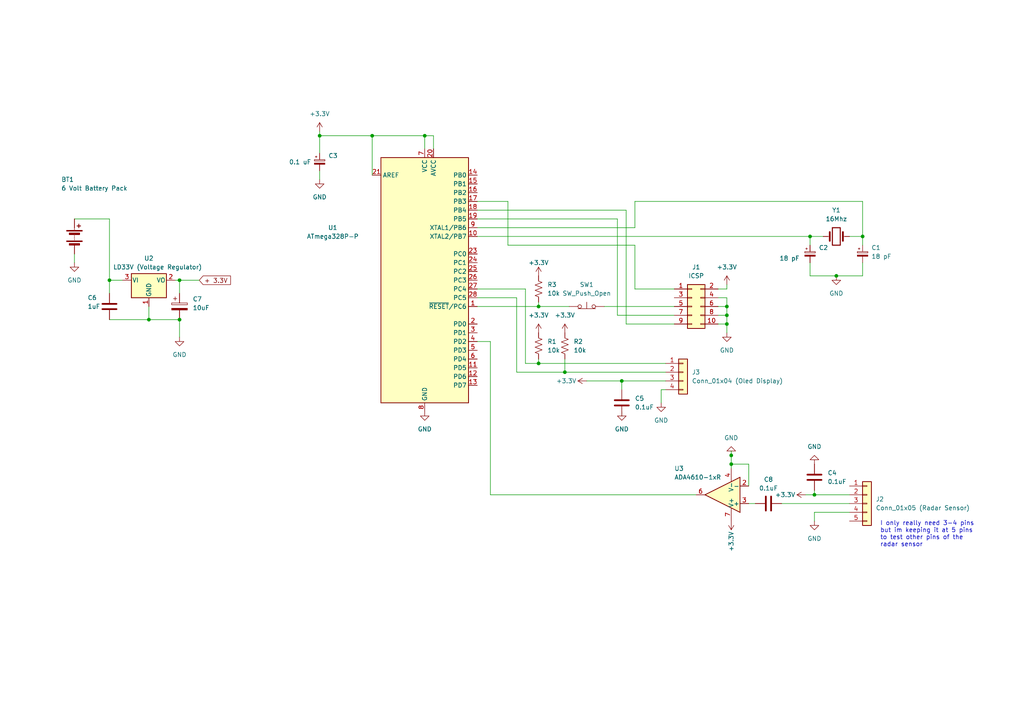
<source format=kicad_sch>
(kicad_sch (version 20230121) (generator eeschema)
  (paper "A4")
  (title_block (title "Speed Gun") (rev "1") (company "Northern Alberta Institute of Technology (NAIT)") (comment 1 "By : John Russel Carpio"))
  (lib_symbols
    (symbol "Amplifier_Operational:ADA4610-1xR" (pin_names (offset 0.127))
      (property "Reference" "U" (at 0 6.35 0))
      (property "Value" "ADA4610-1xR" (at 0 3.81 0))
      (symbol "ADA4610-1xR_0_1"
        (polyline (pts (xy -5.08 5.08) (xy 5.08 0) (xy -5.08 -5.08) (xy -5.08 5.08)) (stroke (width 0.254)) (fill (type background)))
      )
      (symbol "ADA4610-1xR_1_1"
        (pin no_connect line (at -2.54 2.54 270) (length 2.54) hide (name "NC") (number "1"))
        (pin input line (at -7.62 -2.54 0) (length 2.54) (name "-") (number "2"))
        (pin input line (at -7.62 2.54 0) (length 2.54) (name "+") (number "3"))
        (pin power_in line (at -2.54 -7.62 90) (length 3.81) (name "V-") (number "4"))
        (pin no_connect line (at 0 2.54 270) (length 2.54) hide (name "NC") (number "5"))
        (pin output line (at 7.62 0 180) (length 2.54) (name "~") (number "6"))
        (pin power_in line (at -2.54 7.62 270) (length 3.81) (name "V+") (number "7"))
        (pin no_connect line (at 0 -2.54 90) (length 2.54) hide (name "NC") (number "8"))
      )
    )
    (symbol "Connector_Generic:Conn_01x04" (pin_names (offset 1.016) hide)
      (property "Reference" "J" (at 0 5.08 0))
      (property "Value" "Conn_01x04" (at 0 -7.62 0))
      (symbol "Conn_01x04_1_1"
        (rectangle (start -1.27 -4.953) (end 0 -5.207) (stroke (width 0.1524)))
        (rectangle (start -1.27 -2.413) (end 0 -2.667) (stroke (width 0.1524)))
        (rectangle (start -1.27 0.127) (end 0 -0.127) (stroke (width 0.1524)))
        (rectangle (start -1.27 2.667) (end 0 2.413) (stroke (width 0.1524)))
        (rectangle (start -1.27 3.81) (end 1.27 -6.35) (stroke (width 0.254)) (fill (type background)))
        (pin passive line (at -5.08 2.54 0) (length 3.81) (name "Pin_1") (number "1"))
        (pin passive line (at -5.08 0 0) (length 3.81) (name "Pin_2") (number "2"))
        (pin passive line (at -5.08 -2.54 0) (length 3.81) (name "Pin_3") (number "3"))
        (pin passive line (at -5.08 -5.08 0) (length 3.81) (name "Pin_4") (number "4"))
      )
    )
    (symbol "Connector_Generic:Conn_01x05" (pin_names (offset 1.016) hide)
      (property "Reference" "J" (at 0 7.62 0))
      (property "Value" "Conn_01x05" (at 0 -7.62 0))
      (symbol "Conn_01x05_1_1"
        (rectangle (start -1.27 -4.953) (end 0 -5.207) (stroke (width 0.1524)))
        (rectangle (start -1.27 -2.413) (end 0 -2.667) (stroke (width 0.1524)))
        (rectangle (start -1.27 0.127) (end 0 -0.127) (stroke (width 0.1524)))
        (rectangle (start -1.27 2.667) (end 0 2.413) (stroke (width 0.1524)))
        (rectangle (start -1.27 5.207) (end 0 4.953) (stroke (width 0.1524)))
        (rectangle (start -1.27 6.35) (end 1.27 -6.35) (stroke (width 0.254)) (fill (type background)))
        (pin passive line (at -5.08 5.08 0) (length 3.81) (name "Pin_1") (number "1"))
        (pin passive line (at -5.08 2.54 0) (length 3.81) (name "Pin_2") (number "2"))
        (pin passive line (at -5.08 0 0) (length 3.81) (name "Pin_3") (number "3"))
        (pin passive line (at -5.08 -2.54 0) (length 3.81) (name "Pin_4") (number "4"))
        (pin passive line (at -5.08 -5.08 0) (length 3.81) (name "Pin_5") (number "5"))
      )
    )
    (symbol "Connector_Generic:Conn_02x05_Top_Bottom" (pin_names (offset 1.016) hide)
      (property "Reference" "J1" (at 1.27 11.43 0))
      (property "Value" "Conn_02x05_Top_Bottom" (at 1.27 8.89 0))
      (symbol "Conn_02x05_Top_Bottom_1_1"
        (rectangle (start -1.27 -4.953) (end 0 -5.207) (stroke (width 0.1524)))
        (rectangle (start -1.27 -2.413) (end 0 -2.667) (stroke (width 0.1524)))
        (rectangle (start -1.27 0.127) (end 0 -0.127) (stroke (width 0.1524)))
        (rectangle (start -1.27 2.667) (end 0 2.413) (stroke (width 0.1524)))
        (rectangle (start -1.27 5.207) (end 0 4.953) (stroke (width 0.1524)))
        (rectangle (start -1.27 6.35) (end 3.81 -6.35) (stroke (width 0.254)) (fill (type background)))
        (rectangle (start 3.81 -4.953) (end 2.54 -5.207) (stroke (width 0.1524)))
        (rectangle (start 3.81 -2.413) (end 2.54 -2.667) (stroke (width 0.1524)))
        (rectangle (start 3.81 0.127) (end 2.54 -0.127) (stroke (width 0.1524)))
        (rectangle (start 3.81 2.667) (end 2.54 2.413) (stroke (width 0.1524)))
        (rectangle (start 3.81 5.207) (end 2.54 4.953) (stroke (width 0.1524)))
        (pin passive line (at -5.08 5.08 0) (length 3.81) (name "Pin_1") (number "1"))
        (pin passive line (at 7.62 -5.08 180) (length 3.81) (name "Pin_10") (number "10"))
        (pin passive line (at 7.62 5.08 180) (length 3.81) (name "Pin_2") (number "2"))
        (pin passive line (at -5.08 2.54 0) (length 3.81) (name "Pin_3") (number "3"))
        (pin passive line (at 7.62 2.54 180) (length 3.81) (name "Pin_4") (number "4"))
        (pin passive line (at -5.08 0 0) (length 3.81) (name "Pin_5") (number "5"))
        (pin passive line (at 7.62 0 180) (length 3.81) (name "Pin_6") (number "6"))
        (pin passive line (at -5.08 -2.54 0) (length 3.81) (name "Pin_7") (number "7"))
        (pin passive line (at 7.62 -2.54 180) (length 3.81) (name "Pin_8") (number "8"))
        (pin passive line (at -5.08 -5.08 0) (length 3.81) (name "Pin_9") (number "9"))
      )
    )
    (symbol "Device:Battery" (pin_numbers hide) (pin_names (offset 0) hide)
      (property "Reference" "BT" (at 2.54 2.54 0))
      (property "Value" "Battery" (at 2.54 0 0))
      (symbol "Battery_0_1"
        (rectangle (start -2.286 -1.27) (end 2.286 -1.524) (fill (type outline)))
        (rectangle (start -2.286 1.778) (end 2.286 1.524) (fill (type outline)))
        (rectangle (start -1.524 -2.032) (end 1.524 -2.54) (fill (type outline)))
        (rectangle (start -1.524 1.016) (end 1.524 0.508) (fill (type outline)))
        (polyline (pts (xy 0 -1.016) (xy 0 -0.762)))
        (polyline (pts (xy 0 -0.508) (xy 0 -0.254)))
        (polyline (pts (xy 0 0) (xy 0 0.254)))
        (polyline (pts (xy 0 1.778) (xy 0 2.54)))
        (polyline (pts (xy 0.762 3.048) (xy 1.778 3.048)) (stroke (width 0.254)))
        (polyline (pts (xy 1.27 3.556) (xy 1.27 2.54)) (stroke (width 0.254)))
      )
      (symbol "Battery_1_1"
        (pin passive line (at 0 5.08 270) (length 2.54) (name "+") (number "1"))
        (pin passive line (at 0 -5.08 90) (length 2.54) (name "-") (number "2"))
      )
    )
    (symbol "Device:C" (pin_numbers hide) (pin_names (offset 0.254))
      (property "Reference" "C" (at 0.635 2.54 0))
      (property "Value" "C" (at 0.635 -2.54 0))
      (symbol "C_0_1"
        (polyline (pts (xy -2.032 -0.762) (xy 2.032 -0.762)) (stroke (width 0.508)))
        (polyline (pts (xy -2.032 0.762) (xy 2.032 0.762)) (stroke (width 0.508)))
      )
      (symbol "C_1_1"
        (pin passive line (at 0 3.81 270) (length 2.794) (name "~") (number "1"))
        (pin passive line (at 0 -3.81 90) (length 2.794) (name "~") (number "2"))
      )
    )
    (symbol "Device:C_Polarized" (pin_numbers hide) (pin_names (offset 0.254))
      (property "Reference" "C" (at 0.635 2.54 0))
      (property "Value" "C_Polarized" (at 0.635 -2.54 0))
      (symbol "C_Polarized_0_1"
        (rectangle (start -2.286 0.508) (end 2.286 1.016))
        (polyline (pts (xy -1.778 2.286) (xy -0.762 2.286)))
        (polyline (pts (xy -1.27 2.794) (xy -1.27 1.778)))
        (rectangle (start 2.286 -0.508) (end -2.286 -1.016) (fill (type outline)))
      )
      (symbol "C_Polarized_1_1"
        (pin passive line (at 0 3.81 270) (length 2.794) (name "~") (number "1"))
        (pin passive line (at 0 -3.81 90) (length 2.794) (name "~") (number "2"))
      )
    )
    (symbol "Device:C_Polarized_Small" (pin_numbers hide) (pin_names (offset 0.254) hide)
      (property "Reference" "C" (at 0.254 1.778 0))
      (property "Value" "C_Polarized_Small" (at 0.254 -2.032 0))
      (symbol "C_Polarized_Small_0_1"
        (rectangle (start -1.524 -0.3048) (end 1.524 -0.6858) (fill (type outline)))
        (rectangle (start -1.524 0.6858) (end 1.524 0.3048))
        (polyline (pts (xy -1.27 1.524) (xy -0.762 1.524)))
        (polyline (pts (xy -1.016 1.27) (xy -1.016 1.778)))
      )
      (symbol "C_Polarized_Small_1_1"
        (pin passive line (at 0 2.54 270) (length 1.8542) (name "~") (number "1"))
        (pin passive line (at 0 -2.54 90) (length 1.8542) (name "~") (number "2"))
      )
    )
    (symbol "Device:Crystal" (pin_numbers hide) (pin_names (offset 1.016) hide)
      (property "Reference" "Y" (at 0 3.81 0))
      (property "Value" "Crystal" (at 0 -3.81 0))
      (symbol "Crystal_0_1"
        (rectangle (start -1.143 2.54) (end 1.143 -2.54) (stroke (width 0.3048)))
        (polyline (pts (xy -2.54 0) (xy -1.905 0)))
        (polyline (pts (xy -1.905 -1.27) (xy -1.905 1.27)) (stroke (width 0.508)))
        (polyline (pts (xy 1.905 -1.27) (xy 1.905 1.27)) (stroke (width 0.508)))
        (polyline (pts (xy 2.54 0) (xy 1.905 0)))
      )
      (symbol "Crystal_1_1"
        (pin passive line (at -3.81 0 0) (length 1.27) (name "1") (number "1"))
        (pin passive line (at 3.81 0 180) (length 1.27) (name "2") (number "2"))
      )
    )
    (symbol "Device:R_US" (pin_numbers hide) (pin_names (offset 0))
      (property "Reference" "R" (at 2.54 0 90))
      (property "Value" "R_US" (at -2.54 0 90))
      (symbol "R_US_0_1"
        (polyline (pts (xy 0 -2.286) (xy 0 -2.54)))
        (polyline (pts (xy 0 2.286) (xy 0 2.54)))
        (polyline (pts (xy 0 -0.762) (xy 1.016 -1.143) (xy 0 -1.524) (xy -1.016 -1.905) (xy 0 -2.286)))
        (polyline (pts (xy 0 0.762) (xy 1.016 0.381) (xy 0 0) (xy -1.016 -0.381) (xy 0 -0.762)))
        (polyline (pts (xy 0 2.286) (xy 1.016 1.905) (xy 0 1.524) (xy -1.016 1.143) (xy 0 0.762)))
      )
      (symbol "R_US_1_1"
        (pin passive line (at 0 3.81 270) (length 1.27) (name "~") (number "1"))
        (pin passive line (at 0 -3.81 90) (length 1.27) (name "~") (number "2"))
      )
    )
    (symbol "MCU_Microchip_ATmega:ATmega328P-P"
      (property "Reference" "U" (at -12.7 36.83 0))
      (property "Value" "ATmega328P-P" (at 2.54 -36.83 0))
      (symbol "ATmega328P-P_0_1"
        (rectangle (start -12.7 -35.56) (end 12.7 35.56) (stroke (width 0.254)) (fill (type background)))
      )
      (symbol "ATmega328P-P_1_1"
        (pin bidirectional line (at 15.24 -7.62 180) (length 2.54) (name "~{RESET}/PC6") (number "1"))
        (pin bidirectional line (at 15.24 12.7 180) (length 2.54) (name "XTAL2/PB7") (number "10"))
        (pin bidirectional line (at 15.24 -25.4 180) (length 2.54) (name "PD5") (number "11"))
        (pin bidirectional line (at 15.24 -27.94 180) (length 2.54) (name "PD6") (number "12"))
        (pin bidirectional line (at 15.24 -30.48 180) (length 2.54) (name "PD7") (number "13"))
        (pin bidirectional line (at 15.24 30.48 180) (length 2.54) (name "PB0") (number "14"))
        (pin bidirectional line (at 15.24 27.94 180) (length 2.54) (name "PB1") (number "15"))
        (pin bidirectional line (at 15.24 25.4 180) (length 2.54) (name "PB2") (number "16"))
        (pin bidirectional line (at 15.24 22.86 180) (length 2.54) (name "PB3") (number "17"))
        (pin bidirectional line (at 15.24 20.32 180) (length 2.54) (name "PB4") (number "18"))
        (pin bidirectional line (at 15.24 17.78 180) (length 2.54) (name "PB5") (number "19"))
        (pin bidirectional line (at 15.24 -12.7 180) (length 2.54) (name "PD0") (number "2"))
        (pin power_in line (at 2.54 38.1 270) (length 2.54) (name "AVCC") (number "20"))
        (pin passive line (at -15.24 30.48 0) (length 2.54) (name "AREF") (number "21"))
        (pin passive line (at 0 -38.1 90) (length 2.54) hide (name "GND") (number "22"))
        (pin bidirectional line (at 15.24 7.62 180) (length 2.54) (name "PC0") (number "23"))
        (pin bidirectional line (at 15.24 5.08 180) (length 2.54) (name "PC1") (number "24"))
        (pin bidirectional line (at 15.24 2.54 180) (length 2.54) (name "PC2") (number "25"))
        (pin bidirectional line (at 15.24 0 180) (length 2.54) (name "PC3") (number "26"))
        (pin bidirectional line (at 15.24 -2.54 180) (length 2.54) (name "PC4") (number "27"))
        (pin bidirectional line (at 15.24 -5.08 180) (length 2.54) (name "PC5") (number "28"))
        (pin bidirectional line (at 15.24 -15.24 180) (length 2.54) (name "PD1") (number "3"))
        (pin bidirectional line (at 15.24 -17.78 180) (length 2.54) (name "PD2") (number "4"))
        (pin bidirectional line (at 15.24 -20.32 180) (length 2.54) (name "PD3") (number "5"))
        (pin bidirectional line (at 15.24 -22.86 180) (length 2.54) (name "PD4") (number "6"))
        (pin power_in line (at 0 38.1 270) (length 2.54) (name "VCC") (number "7"))
        (pin power_in line (at 0 -38.1 90) (length 2.54) (name "GND") (number "8"))
        (pin bidirectional line (at 15.24 15.24 180) (length 2.54) (name "XTAL1/PB6") (number "9"))
      )
    )
    (symbol "Regulator_Linear:APE8865N-33-HF-3" (pin_names (offset 0.254))
      (property "Reference" "U" (at -3.81 3.175 0))
      (property "Value" "APE8865N-33-HF-3" (at 0 3.175 0))
      (symbol "APE8865N-33-HF-3_0_1"
        (rectangle (start -5.08 1.905) (end 5.08 -5.08) (stroke (width 0.254)) (fill (type background)))
      )
      (symbol "APE8865N-33-HF-3_1_1"
        (pin power_in line (at 0 -7.62 90) (length 2.54) (name "GND") (number "1"))
        (pin power_out line (at 7.62 0 180) (length 2.54) (name "VO") (number "2"))
        (pin power_in line (at -7.62 0 0) (length 2.54) (name "VI") (number "3"))
      )
    )
    (symbol "Switch:SW_Push_Open" (pin_numbers hide) (pin_names (offset 1.016) hide)
      (property "Reference" "SW" (at 0 2.54 0))
      (property "Value" "SW_Push_Open" (at 0 -1.905 0))
      (symbol "SW_Push_Open_0_1"
        (circle (center -2.032 0) (radius 0.508))
        (polyline (pts (xy -2.54 -0.635) (xy 2.54 -0.635)))
        (polyline (pts (xy 0 -0.635) (xy 0 1.27)))
        (circle (center 2.032 0) (radius 0.508))
        (pin passive line (at -5.08 0 0) (length 2.54) (name "A") (number "1"))
      )
      (symbol "SW_Push_Open_1_1"
        (pin passive line (at 5.08 0 180) (length 2.54) (name "B") (number "2"))
      )
    )
    (symbol "power:+3.3V" (power) (pin_names (offset 0))
      (property "Value" "+3.3V" (at 0 3.556 0))
      (symbol "+3.3V_0_1"
        (polyline (pts (xy -0.762 1.27) (xy 0 2.54)))
        (polyline (pts (xy 0 0) (xy 0 2.54)))
        (polyline (pts (xy 0 2.54) (xy 0.762 1.27)))
      )
      (symbol "+3.3V_1_1"
        (pin power_in line (at 0 0 90) (length 0) hide (name "+3.3V") (number "1"))
      )
    )
    (symbol "power:GND" (power) (pin_names (offset 0))
      (property "Value" "GND" (at 0 -3.81 0))
      (symbol "GND_0_1"
        (polyline (pts (xy 0 0) (xy 0 -1.27) (xy 1.27 -1.27) (xy 0 -2.54) (xy -1.27 -1.27) (xy 0 -1.27)))
      )
      (symbol "GND_1_1"
        (pin power_in line (at 0 0 270) (length 0) hide (name "GND") (number "1"))
      )
    )
  )
  (junction (at 210.82 93.98))
  (junction (at 212.09 134.62))
  (junction (at 107.95 39.37))
  (junction (at 52.07 81.28))
  (junction (at 212.09 132.08))
  (junction (at 210.82 88.9))
  (junction (at 31.75 81.28))
  (junction (at 163.83 107.95))
  (junction (at 236.22 143.51))
  (junction (at 250.19 68.58))
  (junction (at 242.57 80.01))
  (junction (at 43.18 92.71))
  (junction (at 180.34 110.49))
  (junction (at 92.71 39.37))
  (junction (at 156.21 88.9))
  (junction (at 123.19 39.37))
  (junction (at 52.07 92.71))
  (junction (at 156.21 105.41))
  (junction (at 210.82 91.44))
  (junction (at 234.95 68.58))
  (wire (pts (xy 163.83 104.14) (xy 163.83 107.95)))
  (wire (pts (xy 170.18 110.49) (xy 180.34 110.49)))
  (wire (pts (xy 238.76 68.58) (xy 234.95 68.58)))
  (wire (pts (xy 107.95 50.8) (xy 107.95 39.37)))
  (wire (pts (xy 234.95 80.01) (xy 234.95 76.2)))
  (wire (pts (xy 152.4 83.82) (xy 138.43 83.82)))
  (wire (pts (xy 179.07 63.5) (xy 138.43 63.5)))
  (wire (pts (xy 184.15 71.12) (xy 147.32 71.12)))
  (wire (pts (xy 43.18 88.9) (xy 43.18 92.71)))
  (wire (pts (xy 236.22 151.13) (xy 236.22 148.59)))
  (wire (pts (xy 234.95 68.58) (xy 234.95 71.12)))
  (wire (pts (xy 156.21 88.9) (xy 165.1 88.9)))
  (wire (pts (xy 191.77 113.03) (xy 193.04 113.03)))
  (wire (pts (xy 142.24 143.51) (xy 142.24 99.06)))
  (wire (pts (xy 138.43 88.9) (xy 156.21 88.9)))
  (wire (pts (xy 50.8 81.28) (xy 52.07 81.28)))
  (wire (pts (xy 138.43 99.06) (xy 142.24 99.06)))
  (wire (pts (xy 152.4 105.41) (xy 152.4 83.82)))
  (wire (pts (xy 193.04 107.95) (xy 163.83 107.95)))
  (wire (pts (xy 92.71 44.45) (xy 92.71 39.37)))
  (wire (pts (xy 107.95 39.37) (xy 123.19 39.37)))
  (wire (pts (xy 31.75 63.5) (xy 31.75 81.28)))
  (wire (pts (xy 184.15 66.04) (xy 138.43 66.04)))
  (wire (pts (xy 210.82 86.36) (xy 210.82 88.9)))
  (wire (pts (xy 156.21 104.14) (xy 156.21 105.41)))
  (wire (pts (xy 52.07 92.71) (xy 52.07 97.79)))
  (wire (pts (xy 31.75 81.28) (xy 31.75 85.09)))
  (wire (pts (xy 208.28 86.36) (xy 210.82 86.36)))
  (wire (pts (xy 208.28 93.98) (xy 210.82 93.98)))
  (wire (pts (xy 35.56 81.28) (xy 31.75 81.28)))
  (wire (pts (xy 179.07 91.44) (xy 179.07 63.5)))
  (wire (pts (xy 181.61 93.98) (xy 181.61 60.96)))
  (wire (pts (xy 125.73 43.18) (xy 125.73 39.37)))
  (wire (pts (xy 180.34 110.49) (xy 180.34 113.03)))
  (wire (pts (xy 212.09 130.81) (xy 212.09 132.08)))
  (wire (pts (xy 123.19 39.37) (xy 123.19 43.18)))
  (wire (pts (xy 236.22 142.24) (xy 236.22 143.51)))
  (wire (pts (xy 125.73 39.37) (xy 123.19 39.37)))
  (wire (pts (xy 250.19 80.01) (xy 242.57 80.01)))
  (wire (pts (xy 43.18 92.71) (xy 52.07 92.71)))
  (wire (pts (xy 195.58 91.44) (xy 179.07 91.44)))
  (wire (pts (xy 184.15 83.82) (xy 195.58 83.82)))
  (wire (pts (xy 21.59 73.66) (xy 21.59 76.2)))
  (wire (pts (xy 208.28 83.82) (xy 210.82 83.82)))
  (wire (pts (xy 31.75 92.71) (xy 43.18 92.71)))
  (wire (pts (xy 147.32 71.12) (xy 147.32 58.42)))
  (wire (pts (xy 250.19 68.58) (xy 246.38 68.58)))
  (wire (pts (xy 217.17 140.97) (xy 217.17 134.62)))
  (wire (pts (xy 210.82 88.9) (xy 210.82 91.44)))
  (wire (pts (xy 156.21 105.41) (xy 152.4 105.41)))
  (wire (pts (xy 180.34 120.65) (xy 180.34 119.38)))
  (wire (pts (xy 208.28 88.9) (xy 210.82 88.9)))
  (wire (pts (xy 138.43 68.58) (xy 234.95 68.58)))
  (wire (pts (xy 181.61 60.96) (xy 138.43 60.96)))
  (wire (pts (xy 250.19 71.12) (xy 250.19 68.58)))
  (wire (pts (xy 212.09 134.62) (xy 212.09 135.89)))
  (wire (pts (xy 250.19 76.2) (xy 250.19 80.01)))
  (wire (pts (xy 147.32 58.42) (xy 138.43 58.42)))
  (wire (pts (xy 184.15 58.42) (xy 184.15 66.04)))
  (wire (pts (xy 208.28 91.44) (xy 210.82 91.44)))
  (wire (pts (xy 149.86 86.36) (xy 138.43 86.36)))
  (wire (pts (xy 195.58 93.98) (xy 181.61 93.98)))
  (wire (pts (xy 156.21 87.63) (xy 156.21 88.9)))
  (wire (pts (xy 180.34 110.49) (xy 193.04 110.49)))
  (wire (pts (xy 184.15 71.12) (xy 184.15 83.82)))
  (wire (pts (xy 92.71 39.37) (xy 107.95 39.37)))
  (wire (pts (xy 52.07 81.28) (xy 52.07 85.09)))
  (wire (pts (xy 52.07 81.28) (xy 57.785 81.28)))
  (wire (pts (xy 236.22 143.51) (xy 246.38 143.51)))
  (wire (pts (xy 92.71 38.1) (xy 92.71 39.37)))
  (wire (pts (xy 210.82 91.44) (xy 210.82 93.98)))
  (wire (pts (xy 163.83 107.95) (xy 149.86 107.95)))
  (wire (pts (xy 217.17 134.62) (xy 212.09 134.62)))
  (wire (pts (xy 210.82 93.98) (xy 210.82 96.52)))
  (wire (pts (xy 250.19 68.58) (xy 250.19 58.42)))
  (wire (pts (xy 92.71 49.53) (xy 92.71 52.07)))
  (wire (pts (xy 246.38 148.59) (xy 236.22 148.59)))
  (wire (pts (xy 21.59 63.5) (xy 31.75 63.5)))
  (wire (pts (xy 242.57 80.01) (xy 234.95 80.01)))
  (wire (pts (xy 149.86 107.95) (xy 149.86 86.36)))
  (wire (pts (xy 233.68 143.51) (xy 236.22 143.51)))
  (wire (pts (xy 217.17 146.05) (xy 219.075 146.05)))
  (wire (pts (xy 246.38 146.05) (xy 226.695 146.05)))
  (wire (pts (xy 210.82 82.55) (xy 210.82 83.82)))
  (wire (pts (xy 184.15 58.42) (xy 250.19 58.42)))
  (wire (pts (xy 212.09 132.08) (xy 212.09 134.62)))
  (wire (pts (xy 201.93 143.51) (xy 142.24 143.51)))
  (wire (pts (xy 191.77 116.84) (xy 191.77 113.03)))
  (wire (pts (xy 193.04 105.41) (xy 156.21 105.41)))
  (wire (pts (xy 175.26 88.9) (xy 195.58 88.9)))
  (text "I only really need 3-4 pins \nbut im keeping it at 5 pins\nto test other pins of the \nradar sensor" (at 255.27 158.75 0) (effects (font (size 1.27 1.27)) (justify left bottom)))
  (global_label "+ 3.3V" (shape input) (at 57.785 81.28 0) (property "Intersheetrefs" "${INTERSHEET_REFS}" (effects hide)))
  (symbol (lib_id "power:GND") (at 52.07 97.79 0) (unit 1)
    (property "Reference" "#PWR016" (effects hide))
    (property "Value" "GND" (at 52.07 102.87 0))
  )
  (symbol (lib_id "Device:C_Polarized_Small") (at 234.95 73.66 0) (unit 1)
    (property "Reference" "C2" (at 237.49 71.8439 0) (effects (justify left)))
    (property "Value" "18 pF" (at 226.06 74.93 0) (effects (justify left)))
  )
  (symbol (lib_id "Connector_Generic:Conn_01x04") (at 198.12 107.95 0) (unit 1)
    (property "Reference" "J3" (at 200.66 107.95 0) (effects (justify left)))
    (property "Value" "Conn_01x04 (Oled Display)" (at 200.66 110.49 0) (effects (justify left)))
  )
  (symbol (lib_id "Device:C") (at 180.34 116.84 0) (unit 1)
    (property "Reference" "C5" (at 184.15 115.57 0) (effects (justify left)))
    (property "Value" "0.1uF" (at 184.15 118.11 0) (effects (justify left)))
  )
  (symbol (lib_id "power:GND") (at 180.34 119.38 0) (unit 1)
    (property "Reference" "#PWR014" (effects hide))
    (property "Value" "GND" (at 180.34 124.46 0))
  )
  (symbol (lib_id "Switch:SW_Push_Open") (at 170.18 88.9 0) (unit 1)
    (property "Reference" "SW1" (at 170.18 82.55 0))
    (property "Value" "SW_Push_Open" (at 170.18 85.09 0))
  )
  (symbol (lib_id "power:GND") (at 236.22 151.13 0) (unit 1)
    (property "Reference" "#PWR06" (effects hide))
    (property "Value" "GND" (at 236.22 156.21 0))
  )
  (symbol (lib_id "Device:R_US") (at 156.21 83.82 0) (unit 1)
    (property "Reference" "R3" (at 158.75 82.55 0) (effects (justify left)))
    (property "Value" "10k" (at 158.75 85.09 0) (effects (justify left)))
  )
  (symbol (lib_id "power:+3.3V") (at 233.68 143.51 90) (unit 1)
    (property "Reference" "#PWR015" (effects hide))
    (property "Value" "+3.3V" (at 224.79 143.51 90) (effects (justify right)))
  )
  (symbol (lib_id "power:GND") (at 191.77 116.84 0) (unit 1)
    (property "Reference" "#PWR07" (effects hide))
    (property "Value" "GND" (at 191.77 121.92 0))
  )
  (symbol (lib_id "power:GND") (at 242.57 80.01 0) (unit 1)
    (property "Reference" "#PWR01" (effects hide))
    (property "Value" "GND" (at 242.57 85.09 0))
  )
  (symbol (lib_id "Device:C_Polarized_Small") (at 92.71 46.99 0) (unit 1)
    (property "Reference" "C3" (at 95.25 45.1739 0) (effects (justify left)))
    (property "Value" "0.1 uF" (at 83.82 46.99 0) (effects (justify left)))
  )
  (symbol (lib_id "Device:C") (at 236.22 138.43 0) (unit 1)
    (property "Reference" "C4" (at 240.03 137.16 0) (effects (justify left)))
    (property "Value" "0.1uF" (at 240.03 139.7 0) (effects (justify left)))
  )
  (symbol (lib_id "power:GND") (at 92.71 52.07 0) (unit 1)
    (property "Reference" "#PWR08" (effects hide))
    (property "Value" "GND" (at 92.71 57.15 0))
  )
  (symbol (lib_id "Device:Crystal") (at 242.57 68.58 0) (unit 1)
    (property "Reference" "Y1" (at 242.57 60.96 0))
    (property "Value" "16Mhz" (at 242.57 63.5 0))
  )
  (symbol (lib_id "power:+3.3V") (at 163.83 96.52 0) (unit 1)
    (property "Reference" "#PWR012" (effects hide))
    (property "Value" "+3.3V" (at 163.83 91.44 0))
  )
  (symbol (lib_id "Regulator_Linear:APE8865N-33-HF-3") (at 43.18 81.28 0) (unit 1)
    (property "Reference" "U2" (at 43.18 74.93 0))
    (property "Value" "LD33V (Voltage Regulator)" (at 45.72 77.47 0))
    (property "Footprint" "Package_TO_SOT_SMD:SOT-23" (effects hide))
    (property "Datasheet" "http://www.tme.eu/fr/Document/ced3461ed31ea70a3c416fb648e0cde7/APE8865-3.pdf" (effects hide))
  )
  (symbol (lib_id "power:+3.3V") (at 156.21 96.52 0) (unit 1)
    (property "Reference" "#PWR011" (effects hide))
    (property "Value" "+3.3V" (at 156.21 91.44 0))
  )
  (symbol (lib_id "Device:R_US") (at 163.83 100.33 0) (unit 1)
    (property "Reference" "R2" (at 166.37 99.06 0) (effects (justify left)))
    (property "Value" "10k" (at 166.37 101.6 0) (effects (justify left)))
  )
  (symbol (lib_id "Device:C") (at 31.75 88.9 0) (unit 1)
    (property "Reference" "C6" (at 25.4 86.36 0) (effects (justify left)))
    (property "Value" "1uF" (at 25.4 88.9 0) (effects (justify left)))
  )
  (symbol (lib_id "Device:C_Polarized") (at 52.07 88.9 0) (unit 1)
    (property "Reference" "C7" (at 55.88 86.741 0) (effects (justify left)))
    (property "Value" "10uF" (at 55.88 89.281 0) (effects (justify left)))
  )
  (symbol (lib_id "Amplifier_Operational:ADA4610-1xR") (at 209.55 143.51 180) (unit 1)
    (property "Reference" "U3" (at 195.58 135.89 0) (effects (justify right)))
    (property "Value" "ADA4610-1xR" (at 195.58 138.43 0) (effects (justify right)))
    (property "Footprint" "Package_SO:SOIC-8_3.9x4.9mm_P1.27mm" (effects hide))
    (property "Datasheet" "https://www.analog.com/media/en/technical-documentation/data-sheets/ADA4610-1_4610-2_4610-4.pdf" (effects hide))
  )
  (symbol (lib_id "Device:Battery") (at 21.59 68.58 0) (unit 1)
    (property "Reference" "BT1" (at 17.78 52.07 0) (effects (justify left)))
    (property "Value" "6 Volt Battery Pack" (at 17.78 54.61 0) (effects (justify left)))
  )
  (symbol (lib_id "Device:C_Polarized_Small") (at 250.19 73.66 0) (unit 1)
    (property "Reference" "C1" (at 252.73 71.8439 0) (effects (justify left)))
    (property "Value" "18 pF" (at 252.73 74.3839 0) (effects (justify left)))
  )
  (symbol (lib_id "power:GND") (at 123.19 119.38 0) (unit 1)
    (property "Reference" "#PWR04" (effects hide))
    (property "Value" "GND" (at 123.19 124.46 0))
  )
  (symbol (lib_id "Connector_Generic:Conn_02x05_Top_Bottom") (at 200.66 88.9 0) (unit 1)
    (property "Reference" "J1" (at 201.93 77.47 0))
    (property "Value" "ICSP" (at 201.93 80.01 0))
  )
  (symbol (lib_id "power:GND") (at 212.09 132.08 180) (unit 1)
    (property "Reference" "#PWR019" (effects hide))
    (property "Value" "GND" (at 212.09 127 0))
  )
  (symbol (lib_id "power:GND") (at 210.82 96.52 0) (unit 1)
    (property "Reference" "#PWR02" (effects hide))
    (property "Value" "GND" (at 210.82 101.6 0))
  )
  (symbol (lib_id "power:GND") (at 21.59 76.2 0) (unit 1)
    (property "Reference" "#PWR017" (effects hide))
    (property "Value" "GND" (at 21.59 81.28 0))
  )
  (symbol (lib_id "power:+3.3V") (at 212.09 151.13 180) (unit 1)
    (property "Reference" "#PWR018" (effects hide))
    (property "Value" "+3.3V" (at 212.09 160.02 90) (effects (justify right)))
  )
  (symbol (lib_id "power:GND") (at 236.22 134.62 180) (unit 1)
    (property "Reference" "#PWR013" (effects hide))
    (property "Value" "GND" (at 236.22 129.54 0))
  )
  (symbol (lib_id "power:+3.3V") (at 92.71 38.1 0) (unit 1)
    (property "Reference" "#PWR09" (effects hide))
    (property "Value" "+3.3V" (at 92.71 33.02 0))
  )
  (symbol (lib_id "MCU_Microchip_ATmega:ATmega328P-P") (at 123.19 81.28 0) (unit 1)
    (property "Reference" "U1" (at 96.52 66.04 0))
    (property "Value" "ATmega328P-P" (at 96.52 68.58 0))
    (property "Footprint" "Package_DIP:DIP-28_W7.62mm" (effects hide))
    (property "Datasheet" "http://ww1.microchip.com/downloads/en/DeviceDoc/ATmega328_P%20AVR%20MCU%20with%20picoPower%20Technology%20Data%20Sheet%2040001984A.pdf" (effects hide))
  )
  (symbol (lib_id "power:+3.3V") (at 170.18 110.49 90) (unit 1)
    (property "Reference" "#PWR05" (effects hide))
    (property "Value" "+3.3V" (at 161.29 110.49 90) (effects (justify right)))
  )
  (symbol (lib_id "power:+3.3V") (at 156.21 80.01 0) (unit 1)
    (property "Reference" "#PWR010" (effects hide))
    (property "Value" "+3.3V" (at 156.21 76.2 0))
  )
  (symbol (lib_id "Device:R_US") (at 156.21 100.33 0) (unit 1)
    (property "Reference" "R1" (at 158.75 99.06 0) (effects (justify left)))
    (property "Value" "10k" (at 158.75 101.6 0) (effects (justify left)))
  )
  (symbol (lib_id "Connector_Generic:Conn_01x05") (at 251.46 146.05 0) (unit 1)
    (property "Reference" "J2" (at 254 144.78 0) (effects (justify left)))
    (property "Value" "Conn_01x05 (Radar Sensor)" (at 254 147.32 0) (effects (justify left)))
  )
  (symbol (lib_id "power:+3.3V") (at 210.82 82.55 0) (unit 1)
    (property "Reference" "#PWR03" (effects hide))
    (property "Value" "+3.3V" (at 210.82 77.47 0))
  )
  (symbol (lib_id "Device:C") (at 222.885 146.05 90) (unit 1)
    (property "Reference" "C8" (at 222.885 139.065 90))
    (property "Value" "0.1uF" (at 222.885 141.605 90))
  )
)
</source>
